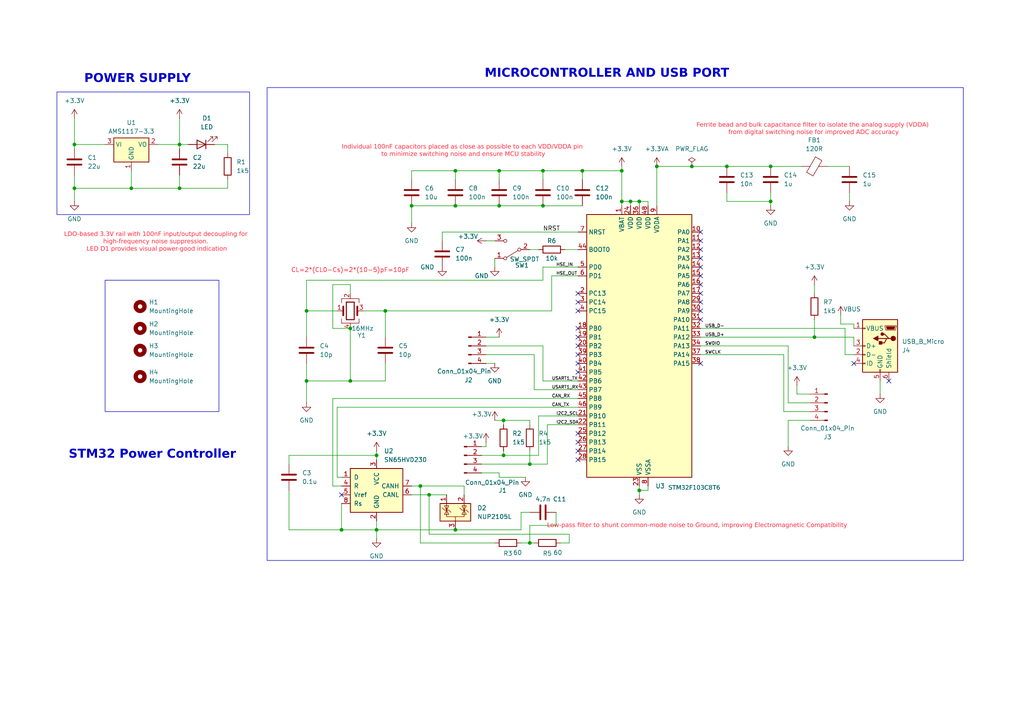
<source format=kicad_sch>
(kicad_sch (version 20250114) (generator "eeschema") (generator_version "9.0")
  (paper "A4")
  (title_block (title "STM32 Power Controller") (date "2025-04-14") (rev "0.1"))
  (lib_symbols
    (symbol "Connector:Conn_01x04_Pin" (pin_names (offset 1.016) (hide yes))
      (property "Reference" "J" (at 0 5.08 0))
      (property "Value" "Conn_01x04_Pin" (at 0 -7.62 0))
      (symbol "Conn_01x04_Pin_1_1"
        (rectangle (start 0.8636 2.667) (end 0 2.413) (stroke (width 0.1524)) (fill (type outline)))
        (rectangle (start 0.8636 0.127) (end 0 -0.127) (stroke (width 0.1524)) (fill (type outline)))
        (rectangle (start 0.8636 -2.413) (end 0 -2.667) (stroke (width 0.1524)) (fill (type outline)))
        (rectangle (start 0.8636 -4.953) (end 0 -5.207) (stroke (width 0.1524)) (fill (type outline)))
        (polyline (pts (xy 1.27 2.54) (xy 0.8636 2.54)) (stroke (width 0.1524)))
        (polyline (pts (xy 1.27 0) (xy 0.8636 0)) (stroke (width 0.1524)))
        (polyline (pts (xy 1.27 -2.54) (xy 0.8636 -2.54)) (stroke (width 0.1524)))
        (polyline (pts (xy 1.27 -5.08) (xy 0.8636 -5.08)) (stroke (width 0.1524)))
        (pin passive line (at 5.08 2.54 180) (length 3.81) (name "Pin_1") (number "1"))
        (pin passive line (at 5.08 0 180) (length 3.81) (name "Pin_2") (number "2"))
        (pin passive line (at 5.08 -2.54 180) (length 3.81) (name "Pin_3") (number "3"))
        (pin passive line (at 5.08 -5.08 180) (length 3.81) (name "Pin_4") (number "4"))
      )
    )
    (symbol "Connector:USB_B_Micro" (pin_names (offset 1.016))
      (property "Reference" "J" (at -5.08 11.43 0))
      (property "Value" "USB_B_Micro" (at -5.08 8.89 0))
      (symbol "USB_B_Micro_0_1"
        (rectangle (start -5.08 -7.62) (end 5.08 7.62) (stroke (width 0.254)) (fill (type background)))
        (polyline (pts (xy -4.699 5.842) (xy -4.699 5.588) (xy -4.445 4.826) (xy -4.445 4.572) (xy -1.651 4.572) (xy -1.651 4.826) (xy -1.397 5.588) (xy -1.397 5.842) (xy -4.699 5.842)))
        (polyline (pts (xy -4.318 5.588) (xy -1.778 5.588) (xy -2.032 4.826) (xy -4.064 4.826) (xy -4.318 5.588)) (fill (type outline)))
        (circle (center -3.81 2.159) (radius 0.635) (stroke (width 0.254)) (fill (type outline)))
        (polyline (pts (xy -3.175 2.159) (xy -2.54 2.159) (xy -1.27 3.429) (xy -0.635 3.429)) (stroke (width 0.254)))
        (polyline (pts (xy -2.54 2.159) (xy -1.905 2.159) (xy -1.27 0.889) (xy 0 0.889)) (stroke (width 0.254)))
        (polyline (pts (xy -1.905 2.159) (xy 0.635 2.159)) (stroke (width 0.254)))
        (circle (center -0.635 3.429) (radius 0.381) (stroke (width 0.254)) (fill (type outline)))
        (rectangle (start -0.127 -7.62) (end 0.127 -6.858))
        (rectangle (start 0.254 1.27) (end -0.508 0.508) (stroke (width 0.254)) (fill (type outline)))
        (polyline (pts (xy 0.635 2.794) (xy 0.635 1.524) (xy 1.905 2.159) (xy 0.635 2.794)) (stroke (width 0.254)) (fill (type outline)))
        (rectangle (start 5.08 4.953) (end 4.318 5.207))
        (rectangle (start 5.08 -0.127) (end 4.318 0.127))
        (rectangle (start 5.08 -2.667) (end 4.318 -2.413))
        (rectangle (start 5.08 -5.207) (end 4.318 -4.953))
      )
      (symbol "USB_B_Micro_1_1"
        (pin passive line (at -2.54 -10.16 90) (length 2.54) (name "Shield") (number "6"))
        (pin power_out line (at 0 -10.16 90) (length 2.54) (name "GND") (number "5"))
        (pin power_out line (at 7.62 5.08 180) (length 2.54) (name "VBUS") (number "1"))
        (pin bidirectional line (at 7.62 0 180) (length 2.54) (name "D+") (number "3"))
        (pin bidirectional line (at 7.62 -2.54 180) (length 2.54) (name "D-") (number "2"))
        (pin passive line (at 7.62 -5.08 180) (length 2.54) (name "ID") (number "4"))
      )
    )
    (symbol "Device:C" (pin_numbers (hide yes)) (pin_names (offset 0.254))
      (property "Reference" "C" (at 0.635 2.54 0))
      (property "Value" "C" (at 0.635 -2.54 0))
      (symbol "C_0_1"
        (polyline (pts (xy -2.032 0.762) (xy 2.032 0.762)) (stroke (width 0.508)))
        (polyline (pts (xy -2.032 -0.762) (xy 2.032 -0.762)) (stroke (width 0.508)))
      )
      (symbol "C_1_1"
        (pin passive line (at 0 3.81 270) (length 2.794) (name "~") (number "1"))
        (pin passive line (at 0 -3.81 90) (length 2.794) (name "~") (number "2"))
      )
    )
    (symbol "Device:Crystal_GND24" (pin_names (offset 1.016) (hide yes))
      (property "Reference" "Y" (at 3.175 5.08 0))
      (property "Value" "Crystal_GND24" (at 3.175 3.175 0))
      (symbol "Crystal_GND24_0_1"
        (polyline (pts (xy -2.54 2.286) (xy -2.54 3.556) (xy 2.54 3.556) (xy 2.54 2.286)))
        (polyline (pts (xy -2.54 0) (xy -2.032 0)))
        (polyline (pts (xy -2.54 -2.286) (xy -2.54 -3.556) (xy 2.54 -3.556) (xy 2.54 -2.286)))
        (polyline (pts (xy -2.032 -1.27) (xy -2.032 1.27)) (stroke (width 0.508)))
        (rectangle (start -1.143 2.54) (end 1.143 -2.54) (stroke (width 0.3048)))
        (polyline (pts (xy 0 3.556) (xy 0 3.81)))
        (polyline (pts (xy 0 -3.81) (xy 0 -3.556)))
        (polyline (pts (xy 2.032 0) (xy 2.54 0)))
        (polyline (pts (xy 2.032 -1.27) (xy 2.032 1.27)) (stroke (width 0.508)))
      )
      (symbol "Crystal_GND24_1_1"
        (pin passive line (at -3.81 0 0) (length 1.27) (name "1") (number "1"))
        (pin passive line (at 0 5.08 270) (length 1.27) (name "2") (number "2"))
        (pin passive line (at 0 -5.08 90) (length 1.27) (name "4") (number "4"))
        (pin passive line (at 3.81 0 180) (length 1.27) (name "3") (number "3"))
      )
    )
    (symbol "Device:FerriteBead" (pin_numbers (hide yes)) (pin_names (offset 0))
      (property "Reference" "FB" (at -3.81 0.635 90))
      (property "Value" "FerriteBead" (at 3.81 0 90))
      (symbol "FerriteBead_0_1"
        (polyline (pts (xy -2.7686 0.4064) (xy -1.7018 2.2606) (xy 2.7686 -0.3048) (xy 1.6764 -2.159) (xy -2.7686 0.4064)))
        (polyline (pts (xy 0 1.27) (xy 0 1.2954)))
        (polyline (pts (xy 0 -1.27) (xy 0 -1.2192)))
      )
      (symbol "FerriteBead_1_1"
        (pin passive line (at 0 3.81 270) (length 2.54) (name "~") (number "1"))
        (pin passive line (at 0 -3.81 90) (length 2.54) (name "~") (number "2"))
      )
    )
    (symbol "Device:LED" (pin_numbers (hide yes)) (pin_names (offset 1.016) (hide yes))
      (property "Reference" "D" (at 0 2.54 0))
      (property "Value" "LED" (at 0 -2.54 0))
      (symbol "LED_0_1"
        (polyline (pts (xy -3.048 -0.762) (xy -4.572 -2.286) (xy -3.81 -2.286) (xy -4.572 -2.286) (xy -4.572 -1.524)))
        (polyline (pts (xy -1.778 -0.762) (xy -3.302 -2.286) (xy -2.54 -2.286) (xy -3.302 -2.286) (xy -3.302 -1.524)))
        (polyline (pts (xy -1.27 0) (xy 1.27 0)))
        (polyline (pts (xy -1.27 -1.27) (xy -1.27 1.27)) (stroke (width 0.254)))
        (polyline (pts (xy 1.27 -1.27) (xy 1.27 1.27) (xy -1.27 0) (xy 1.27 -1.27)) (stroke (width 0.254)))
      )
      (symbol "LED_1_1"
        (pin passive line (at -3.81 0 0) (length 2.54) (name "K") (number "1"))
        (pin passive line (at 3.81 0 180) (length 2.54) (name "A") (number "2"))
      )
    )
    (symbol "Device:R" (pin_numbers (hide yes)) (pin_names (offset 0))
      (property "Reference" "R" (at 2.032 0 90))
      (property "Value" "R" (at 0 0 90))
      (symbol "R_0_1"
        (rectangle (start -1.016 -2.54) (end 1.016 2.54) (stroke (width 0.254)))
      )
      (symbol "R_1_1"
        (pin passive line (at 0 3.81 270) (length 1.27) (name "~") (number "1"))
        (pin passive line (at 0 -3.81 90) (length 1.27) (name "~") (number "2"))
      )
    )
    (symbol "Interface_CAN_LIN:SN65HVD230" (pin_names (offset 1.016))
      (property "Reference" "U" (at -2.54 10.16 0))
      (property "Value" "SN65HVD230" (at -2.54 7.62 0))
      (symbol "SN65HVD230_0_1"
        (rectangle (start -7.62 5.08) (end 7.62 -7.62) (stroke (width 0.254)) (fill (type background)))
      )
      (symbol "SN65HVD230_1_1"
        (pin input line (at -10.16 2.54 0) (length 2.54) (name "D") (number "1"))
        (pin output line (at -10.16 0 0) (length 2.54) (name "R") (number "4"))
        (pin output line (at -10.16 -2.54 0) (length 2.54) (name "Vref") (number "5"))
        (pin input line (at -10.16 -5.08 0) (length 2.54) (name "Rs") (number "8"))
        (pin power_in line (at 0 7.62 270) (length 2.54) (name "VCC") (number "3"))
        (pin power_in line (at 0 -10.16 90) (length 2.54) (name "GND") (number "2"))
        (pin bidirectional line (at 10.16 0 180) (length 2.54) (name "CANH") (number "7"))
        (pin bidirectional line (at 10.16 -2.54 180) (length 2.54) (name "CANL") (number "6"))
      )
    )
    (symbol "MCU_ST_STM32F1:STM32F103C8Tx"
      (property "Reference" "U" (at -15.24 39.37 0))
      (property "Value" "STM32F103C8Tx" (at 7.62 39.37 0))
      (symbol "STM32F103C8Tx_0_1"
        (rectangle (start -15.24 -38.1) (end 15.24 38.1) (stroke (width 0.254)) (fill (type background)))
      )
      (symbol "STM32F103C8Tx_1_1"
        (pin input line (at -17.78 33.02 0) (length 2.54) (name "NRST") (number "7"))
        (pin input line (at -17.78 27.94 0) (length 2.54) (name "BOOT0") (number "44"))
        (pin bidirectional line (at -17.78 22.86 0) (length 2.54) (name "PD0") (number "5"))
        (pin bidirectional line (at -17.78 20.32 0) (length 2.54) (name "PD1") (number "6"))
        (pin bidirectional line (at -17.78 15.24 0) (length 2.54) (name "PC13") (number "2"))
        (pin bidirectional line (at -17.78 12.7 0) (length 2.54) (name "PC14") (number "3"))
        (pin bidirectional line (at -17.78 10.16 0) (length 2.54) (name "PC15") (number "4"))
        (pin bidirectional line (at -17.78 5.08 0) (length 2.54) (name "PB0") (number "18"))
        (pin bidirectional line (at -17.78 2.54 0) (length 2.54) (name "PB1") (number "19"))
        (pin bidirectional line (at -17.78 0 0) (length 2.54) (name "PB2") (number "20"))
        (pin bidirectional line (at -17.78 -2.54 0) (length 2.54) (name "PB3") (number "39"))
        (pin bidirectional line (at -17.78 -5.08 0) (length 2.54) (name "PB4") (number "40"))
        (pin bidirectional line (at -17.78 -7.62 0) (length 2.54) (name "PB5") (number "41"))
        (pin bidirectional line (at -17.78 -10.16 0) (length 2.54) (name "PB6") (number "42"))
        (pin bidirectional line (at -17.78 -12.7 0) (length 2.54) (name "PB7") (number "43"))
        (pin bidirectional line (at -17.78 -15.24 0) (length 2.54) (name "PB8") (number "45"))
        (pin bidirectional line (at -17.78 -17.78 0) (length 2.54) (name "PB9") (number "46"))
        (pin bidirectional line (at -17.78 -20.32 0) (length 2.54) (name "PB10") (number "21"))
        (pin bidirectional line (at -17.78 -22.86 0) (length 2.54) (name "PB11") (number "22"))
        (pin bidirectional line (at -17.78 -25.4 0) (length 2.54) (name "PB12") (number "25"))
        (pin bidirectional line (at -17.78 -27.94 0) (length 2.54) (name "PB13") (number "26"))
        (pin bidirectional line (at -17.78 -30.48 0) (length 2.54) (name "PB14") (number "27"))
        (pin bidirectional line (at -17.78 -33.02 0) (length 2.54) (name "PB15") (number "28"))
        (pin power_in line (at -5.08 40.64 270) (length 2.54) (name "VBAT") (number "1"))
        (pin power_in line (at -2.54 40.64 270) (length 2.54) (name "VDD") (number "24"))
        (pin power_in line (at 0 40.64 270) (length 2.54) (name "VDD") (number "36"))
        (pin power_in line (at 0 -40.64 90) (length 2.54) (name "VSS") (number "23"))
        (pin passive line (at 0 -40.64 90) (length 2.54) (hide yes) (name "VSS") (number "35"))
        (pin passive line (at 0 -40.64 90) (length 2.54) (hide yes) (name "VSS") (number "47"))
        (pin power_in line (at 2.54 40.64 270) (length 2.54) (name "VDD") (number "48"))
        (pin power_in line (at 2.54 -40.64 90) (length 2.54) (name "VSSA") (number "8"))
        (pin power_in line (at 5.08 40.64 270) (length 2.54) (name "VDDA") (number "9"))
        (pin bidirectional line (at 17.78 33.02 180) (length 2.54) (name "PA0") (number "10"))
        (pin bidirectional line (at 17.78 30.48 180) (length 2.54) (name "PA1") (number "11"))
        (pin bidirectional line (at 17.78 27.94 180) (length 2.54) (name "PA2") (number "12"))
        (pin bidirectional line (at 17.78 25.4 180) (length 2.54) (name "PA3") (number "13"))
        (pin bidirectional line (at 17.78 22.86 180) (length 2.54) (name "PA4") (number "14"))
        (pin bidirectional line (at 17.78 20.32 180) (length 2.54) (name "PA5") (number "15"))
        (pin bidirectional line (at 17.78 17.78 180) (length 2.54) (name "PA6") (number "16"))
        (pin bidirectional line (at 17.78 15.24 180) (length 2.54) (name "PA7") (number "17"))
        (pin bidirectional line (at 17.78 12.7 180) (length 2.54) (name "PA8") (number "29"))
        (pin bidirectional line (at 17.78 10.16 180) (length 2.54) (name "PA9") (number "30"))
        (pin bidirectional line (at 17.78 7.62 180) (length 2.54) (name "PA10") (number "31"))
        (pin bidirectional line (at 17.78 5.08 180) (length 2.54) (name "PA11") (number "32"))
        (pin bidirectional line (at 17.78 2.54 180) (length 2.54) (name "PA12") (number "33"))
        (pin bidirectional line (at 17.78 0 180) (length 2.54) (name "PA13") (number "34"))
        (pin bidirectional line (at 17.78 -2.54 180) (length 2.54) (name "PA14") (number "37"))
        (pin bidirectional line (at 17.78 -5.08 180) (length 2.54) (name "PA15") (number "38"))
      )
    )
    (symbol "Mechanical:MountingHole" (pin_names (offset 1.016)) (in_bom no)
      (property "Reference" "H" (at 0 5.08 0))
      (property "Value" "MountingHole" (at 0 3.175 0))
      (symbol "MountingHole_0_1"
        (circle (center 0 0) (radius 1.27) (stroke (width 1.27)))
      )
    )
    (symbol "Power_Protection:NUP2105L" (pin_names (hide yes))
      (property "Reference" "D" (at 5.715 2.54 0))
      (property "Value" "NUP2105L" (at 5.715 0.635 0))
      (symbol "NUP2105L_0_0"
        (pin passive line (at 0 -5.08 90) (length 2.54) (name "A") (number "3"))
      )
      (symbol "NUP2105L_0_1"
        (rectangle (start -4.445 2.54) (end 4.445 -2.54) (stroke (width 0.254)) (fill (type background)))
        (polyline (pts (xy -3.81 1.27) (xy -3.175 0.635) (xy -1.905 0.635) (xy -1.27 0)))
        (polyline (pts (xy -2.54 2.54) (xy -2.54 0.635)))
        (polyline (pts (xy -2.54 0.635) (xy -2.54 -1.27) (xy 2.54 -1.27) (xy 2.54 0.635)))
        (polyline (pts (xy -2.54 0.635) (xy -1.905 -0.635) (xy -3.175 -0.635) (xy -2.54 0.635)))
        (polyline (pts (xy -2.54 0.635) (xy -3.175 1.905) (xy -1.905 1.905) (xy -2.54 0.635) (xy -2.54 1.27)))
        (polyline (pts (xy 0 -1.27) (xy 0 -2.54)))
        (polyline (pts (xy 1.27 1.27) (xy 1.905 0.635) (xy 2.54 0.635) (xy 3.175 0.635) (xy 3.81 0)))
        (polyline (pts (xy 2.54 2.54) (xy 2.54 0.635)))
        (polyline (pts (xy 2.54 0.635) (xy 1.905 -0.635) (xy 3.175 -0.635) (xy 2.54 0.635)))
        (polyline (pts (xy 2.54 0.635) (xy 3.175 1.905) (xy 1.905 1.905) (xy 2.54 0.635)))
      )
      (symbol "NUP2105L_1_1"
        (pin passive line (at -2.54 5.08 270) (length 2.54) (name "K") (number "1"))
        (pin passive line (at 2.54 5.08 270) (length 2.54) (name "K") (number "2"))
      )
    )
    (symbol "Regulator_Linear:AMS1117-3.3"
      (property "Reference" "U" (at -3.81 3.175 0))
      (property "Value" "AMS1117-3.3" (at 0 3.175 0))
      (symbol "AMS1117-3.3_0_1"
        (rectangle (start -5.08 -5.08) (end 5.08 1.905) (stroke (width 0.254)) (fill (type background)))
      )
      (symbol "AMS1117-3.3_1_1"
        (pin power_in line (at -7.62 0 0) (length 2.54) (name "VI") (number "3"))
        (pin power_in line (at 0 -7.62 90) (length 2.54) (name "GND") (number "1"))
        (pin power_out line (at 7.62 0 180) (length 2.54) (name "VO") (number "2"))
      )
    )
    (symbol "Switch:SW_SPDT" (pin_names (offset 0) (hide yes))
      (property "Reference" "SW1" (at 0 8.89 0))
      (property "Value" "SW_SPDT" (at 0 6.35 0))
      (symbol "SW_SPDT_0_1"
        (circle (center -2.032 0) (radius 0.4572))
        (polyline (pts (xy -1.651 0.254) (xy 1.651 2.286)))
        (circle (center 2.032 2.54) (radius 0.4572))
        (circle (center 2.032 -2.54) (radius 0.4572))
      )
      (symbol "SW_SPDT_1_1"
        (pin passive line (at -5.08 0 0) (length 2.54) (name "B") (number "2"))
        (pin passive line (at 5.08 2.54 180) (length 2.54) (name "A") (number "1"))
        (pin passive line (at 5.08 -2.54 180) (length 2.54) (name "C") (number "3"))
      )
    )
    (symbol "power:+3.3V" (power) (pin_numbers (hide yes)) (pin_names (offset 0) (hide yes))
      (property "Value" "+3.3V" (at 0 3.556 0))
      (symbol "+3.3V_0_1"
        (polyline (pts (xy -0.762 1.27) (xy 0 2.54)))
        (polyline (pts (xy 0 2.54) (xy 0.762 1.27)))
        (polyline (pts (xy 0 0) (xy 0 2.54)))
      )
      (symbol "+3.3V_1_1"
        (pin power_in line (at 0 0 90) (length 0) (name "~") (number "1"))
      )
    )
    (symbol "power:+3.3VA" (power) (pin_numbers (hide yes)) (pin_names (offset 0) (hide yes))
      (property "Value" "+3.3VA" (at 0 3.556 0))
      (symbol "+3.3VA_0_1"
        (polyline (pts (xy -0.762 1.27) (xy 0 2.54)))
        (polyline (pts (xy 0 2.54) (xy 0.762 1.27)))
        (polyline (pts (xy 0 0) (xy 0 2.54)))
      )
      (symbol "+3.3VA_1_1"
        (pin power_in line (at 0 0 90) (length 0) (name "~") (number "1"))
      )
    )
    (symbol "power:GND" (power) (pin_numbers (hide yes)) (pin_names (offset 0) (hide yes))
      (property "Value" "GND" (at 0 -3.81 0))
      (symbol "GND_0_1"
        (polyline (pts (xy 0 0) (xy 0 -1.27) (xy 1.27 -1.27) (xy 0 -2.54) (xy -1.27 -1.27) (xy 0 -1.27)))
      )
      (symbol "GND_1_1"
        (pin power_in line (at 0 0 270) (length 0) (name "~") (number "1"))
      )
    )
    (symbol "power:PWR_FLAG" (power) (pin_numbers (hide yes)) (pin_names (offset 0) (hide yes))
      (property "Value" "PWR_FLAG" (at 0 3.81 0))
      (symbol "PWR_FLAG_0_0"
        (pin power_out line (at 0 0 90) (length 0) (name "~") (number "1"))
      )
      (symbol "PWR_FLAG_0_1"
        (polyline (pts (xy 0 0) (xy 0 1.27) (xy -1.016 1.905) (xy 0 2.54) (xy 1.016 1.905) (xy 0 1.27)))
      )
    )
    (symbol "power:VBUS" (power) (pin_numbers (hide yes)) (pin_names (offset 0) (hide yes))
      (property "Value" "VBUS" (at 0 3.556 0))
      (symbol "VBUS_0_1"
        (polyline (pts (xy -0.762 1.27) (xy 0 2.54)))
        (polyline (pts (xy 0 2.54) (xy 0.762 1.27)))
        (polyline (pts (xy 0 0) (xy 0 2.54)))
      )
      (symbol "VBUS_1_1"
        (pin power_in line (at 0 0 90) (length 0) (name "~") (number "1"))
      )
    )
  )
  (rectangle (start 16.51 26.67) (end 72.39 62.23))
  (rectangle (start 30.48 81.28) (end 63.5 119.38))
  (rectangle (start 77.47 25.4) (end 279.4 162.56))
  (text "CL=2*(CL0-Cs)=2*(10-5)pF=10pF" (at 101.6 78.486 0) (effects (font (size 1.27 1.27))))
  (text "MICROCONTROLLER AND USB PORT" (at 176.022 22.098 0) (effects (font (size 2.54 2.54) (bold yes))))
  (text "Low-pass filter to shunt common-mode noise to Ground, improving Electromagnetic Compatibility" (at 202.184 152.908 0) (effects (font (size 1.27 1.27))))
  (text "Ferrite bead and bulk capacitance filter to isolate the analog supply (VDDA) \nfrom digital switching noise for improved ADC accuracy" (at 235.966 37.846 0) (effects (font (size 1.27 1.27))))
  (text "Individual 100nF capacitors placed as close as possible to each VDD/VDDA pin \nto minimize switching noise and ensure MCU stability" (at 134.366 44.196 0) (effects (font (size 1.27 1.27))))
  (text "STM32 Power Controller" (at 44.196 132.588 0) (effects (font (size 2.54 2.54) (bold yes))))
  (text "LDO-based 3.3V rail with 100nF input/output decoupling for \nhigh-frequency noise suppression. \nLED D1 provides visual power-good indication" (at 45.466 70.612 0) (effects (font (size 1.27 1.27))))
  (text "POWER SUPPLY" (at 39.878 23.622 0) (effects (font (size 2.54 2.54) (bold yes))))
  (junction (at 180.34 49.53))
  (junction (at 101.6 95.25))
  (junction (at 132.08 59.69))
  (junction (at 52.07 41.91))
  (junction (at 157.48 49.53))
  (junction (at 182.88 58.42))
  (junction (at 210.82 48.26))
  (junction (at 144.78 59.69))
  (junction (at 101.6 110.49))
  (junction (at 223.52 58.42))
  (junction (at 168.91 49.53))
  (junction (at 157.48 59.69))
  (junction (at 99.06 153.67))
  (junction (at 124.46 143.51))
  (junction (at 111.76 90.17))
  (junction (at 180.34 58.42))
  (junction (at 236.22 97.79))
  (junction (at 119.38 59.69))
  (junction (at 21.59 54.61))
  (junction (at 200.66 48.26))
  (junction (at 185.42 142.24))
  (junction (at 88.9 90.17))
  (junction (at 132.08 49.53))
  (junction (at 153.67 134.62))
  (junction (at 190.5 48.26))
  (junction (at 185.42 58.42))
  (junction (at 223.52 48.26))
  (junction (at 109.22 153.67))
  (junction (at 38.1 54.61))
  (junction (at 144.78 49.53))
  (junction (at 146.05 132.08))
  (junction (at 52.07 54.61))
  (junction (at 153.67 157.48))
  (junction (at 88.9 110.49))
  (junction (at 109.22 132.08))
  (junction (at 21.59 41.91))
  (junction (at 146.05 121.92))
  (junction (at 132.08 153.67))
  (junction (at 121.92 140.97))
  (no_connect (at 167.64 133.35))
  (no_connect (at 203.2 92.71))
  (no_connect (at 167.64 107.95))
  (no_connect (at 257.81 110.49))
  (no_connect (at 167.64 97.79))
  (no_connect (at 167.64 125.73))
  (no_connect (at 167.64 85.09))
  (no_connect (at 167.64 130.81))
  (no_connect (at 203.2 69.85))
  (no_connect (at 167.64 100.33))
  (no_connect (at 167.64 87.63))
  (no_connect (at 167.64 95.25))
  (no_connect (at 203.2 67.31))
  (no_connect (at 203.2 90.17))
  (no_connect (at 167.64 128.27))
  (no_connect (at 99.06 143.51))
  (no_connect (at 203.2 77.47))
  (no_connect (at 203.2 80.01))
  (no_connect (at 203.2 105.41))
  (no_connect (at 247.65 105.41))
  (no_connect (at 167.64 102.87))
  (no_connect (at 167.64 90.17))
  (no_connect (at 203.2 74.93))
  (no_connect (at 203.2 72.39))
  (no_connect (at 167.64 105.41))
  (no_connect (at 203.2 85.09))
  (no_connect (at 203.2 82.55))
  (no_connect (at 203.2 87.63))
  (wire (pts (xy 119.38 52.07) (xy 119.38 49.53)))
  (wire (pts (xy 96.52 95.25) (xy 101.6 95.25)))
  (wire (pts (xy 185.42 140.97) (xy 185.42 142.24)))
  (wire (pts (xy 140.97 128.27) (xy 140.97 129.54)))
  (wire (pts (xy 203.2 100.33) (xy 228.6 100.33)))
  (wire (pts (xy 121.92 140.97) (xy 134.62 140.97)))
  (wire (pts (xy 185.42 142.24) (xy 187.96 142.24)))
  (wire (pts (xy 190.5 48.26) (xy 190.5 59.69)))
  (wire (pts (xy 161.29 148.59) (xy 161.29 152.4)))
  (wire (pts (xy 124.46 154.94) (xy 165.1 154.94)))
  (wire (pts (xy 255.27 110.49) (xy 255.27 114.3)))
  (wire (pts (xy 185.42 142.24) (xy 185.42 143.51)))
  (wire (pts (xy 234.95 121.92) (xy 228.6 121.92)))
  (wire (pts (xy 21.59 54.61) (xy 38.1 54.61)))
  (wire (pts (xy 109.22 130.81) (xy 109.22 132.08)))
  (wire (pts (xy 140.97 102.87) (xy 154.94 102.87)))
  (wire (pts (xy 157.48 110.49) (xy 157.48 100.33)))
  (wire (pts (xy 153.67 134.62) (xy 158.75 134.62)))
  (wire (pts (xy 88.9 90.17) (xy 88.9 97.79)))
  (wire (pts (xy 21.59 43.18) (xy 21.59 41.91)))
  (wire (pts (xy 121.92 157.48) (xy 143.51 157.48)))
  (wire (pts (xy 153.67 72.39) (xy 156.21 72.39)))
  (wire (pts (xy 101.6 95.25) (xy 101.6 110.49)))
  (wire (pts (xy 240.03 48.26) (xy 246.38 48.26)))
  (wire (pts (xy 153.67 123.19) (xy 153.67 121.92)))
  (wire (pts (xy 111.76 105.41) (xy 111.76 110.49)))
  (wire (pts (xy 154.94 102.87) (xy 154.94 113.03)))
  (wire (pts (xy 210.82 55.88) (xy 210.82 58.42)))
  (wire (pts (xy 119.38 49.53) (xy 132.08 49.53)))
  (wire (pts (xy 111.76 110.49) (xy 101.6 110.49)))
  (wire (pts (xy 180.34 49.53) (xy 180.34 58.42)))
  (wire (pts (xy 146.05 121.92) (xy 146.05 123.19)))
  (wire (pts (xy 144.78 137.16) (xy 144.78 138.43)))
  (wire (pts (xy 109.22 153.67) (xy 132.08 153.67)))
  (wire (pts (xy 157.48 110.49) (xy 167.64 110.49)))
  (wire (pts (xy 88.9 81.28) (xy 157.48 81.28)))
  (wire (pts (xy 21.59 54.61) (xy 21.59 58.42)))
  (wire (pts (xy 165.1 157.48) (xy 162.56 157.48)))
  (wire (pts (xy 160.02 90.17) (xy 111.76 90.17)))
  (wire (pts (xy 140.97 69.85) (xy 143.51 69.85)))
  (wire (pts (xy 52.07 43.18) (xy 52.07 41.91)))
  (wire (pts (xy 157.48 59.69) (xy 144.78 59.69)))
  (wire (pts (xy 223.52 55.88) (xy 223.52 58.42)))
  (wire (pts (xy 119.38 59.69) (xy 119.38 64.77)))
  (wire (pts (xy 101.6 110.49) (xy 88.9 110.49)))
  (wire (pts (xy 156.21 120.65) (xy 167.64 120.65)))
  (wire (pts (xy 153.67 148.59) (xy 151.13 148.59)))
  (wire (pts (xy 161.29 152.4) (xy 153.67 152.4)))
  (wire (pts (xy 156.21 120.65) (xy 156.21 132.08)))
  (wire (pts (xy 52.07 50.8) (xy 52.07 54.61)))
  (wire (pts (xy 203.2 102.87) (xy 227.33 102.87)))
  (wire (pts (xy 99.06 153.67) (xy 109.22 153.67)))
  (wire (pts (xy 157.48 77.47) (xy 167.64 77.47)))
  (wire (pts (xy 143.51 121.92) (xy 146.05 121.92)))
  (wire (pts (xy 88.9 90.17) (xy 97.79 90.17)))
  (wire (pts (xy 180.34 58.42) (xy 180.34 59.69)))
  (wire (pts (xy 146.05 121.92) (xy 153.67 121.92)))
  (wire (pts (xy 200.66 48.26) (xy 190.5 48.26)))
  (wire (pts (xy 21.59 41.91) (xy 30.48 41.91)))
  (wire (pts (xy 96.52 82.55) (xy 96.52 95.25)))
  (wire (pts (xy 228.6 116.84) (xy 234.95 116.84)))
  (wire (pts (xy 66.04 41.91) (xy 66.04 44.45)))
  (wire (pts (xy 163.83 72.39) (xy 167.64 72.39)))
  (wire (pts (xy 124.46 143.51) (xy 124.46 154.94)))
  (wire (pts (xy 144.78 138.43) (xy 152.4 138.43)))
  (wire (pts (xy 223.52 58.42) (xy 223.52 59.69)))
  (wire (pts (xy 139.7 134.62) (xy 153.67 134.62)))
  (wire (pts (xy 168.91 52.07) (xy 168.91 49.53)))
  (wire (pts (xy 83.82 132.08) (xy 109.22 132.08)))
  (wire (pts (xy 245.11 95.25) (xy 245.11 102.87)))
  (wire (pts (xy 227.33 119.38) (xy 234.95 119.38)))
  (wire (pts (xy 146.05 132.08) (xy 156.21 132.08)))
  (wire (pts (xy 165.1 154.94) (xy 165.1 157.48)))
  (wire (pts (xy 210.82 48.26) (xy 223.52 48.26)))
  (wire (pts (xy 96.52 140.97) (xy 99.06 140.97)))
  (wire (pts (xy 128.27 67.31) (xy 167.64 67.31)))
  (wire (pts (xy 97.79 118.11) (xy 97.79 138.43)))
  (wire (pts (xy 247.65 93.98) (xy 247.65 95.25)))
  (wire (pts (xy 210.82 48.26) (xy 200.66 48.26)))
  (wire (pts (xy 228.6 100.33) (xy 228.6 116.84)))
  (wire (pts (xy 180.34 48.26) (xy 180.34 49.53)))
  (wire (pts (xy 21.59 34.29) (xy 21.59 41.91)))
  (wire (pts (xy 236.22 92.71) (xy 236.22 97.79)))
  (wire (pts (xy 144.78 59.69) (xy 132.08 59.69)))
  (wire (pts (xy 151.13 157.48) (xy 153.67 157.48)))
  (wire (pts (xy 111.76 90.17) (xy 111.76 97.79)))
  (wire (pts (xy 132.08 49.53) (xy 144.78 49.53)))
  (wire (pts (xy 234.95 114.3) (xy 231.14 114.3)))
  (wire (pts (xy 157.48 49.53) (xy 157.48 52.07)))
  (wire (pts (xy 168.91 59.69) (xy 157.48 59.69)))
  (wire (pts (xy 158.75 123.19) (xy 167.64 123.19)))
  (wire (pts (xy 231.14 114.3) (xy 231.14 111.76)))
  (wire (pts (xy 99.06 146.05) (xy 99.06 153.67)))
  (wire (pts (xy 119.38 140.97) (xy 121.92 140.97)))
  (wire (pts (xy 153.67 152.4) (xy 153.67 157.48)))
  (wire (pts (xy 223.52 48.26) (xy 232.41 48.26)))
  (wire (pts (xy 101.6 82.55) (xy 101.6 85.09)))
  (wire (pts (xy 140.97 129.54) (xy 139.7 129.54)))
  (wire (pts (xy 158.75 123.19) (xy 158.75 134.62)))
  (wire (pts (xy 128.27 67.31) (xy 128.27 69.85)))
  (wire (pts (xy 236.22 97.79) (xy 247.65 97.79)))
  (wire (pts (xy 243.84 93.98) (xy 247.65 93.98)))
  (wire (pts (xy 134.62 140.97) (xy 134.62 143.51)))
  (wire (pts (xy 88.9 110.49) (xy 88.9 116.84)))
  (wire (pts (xy 119.38 143.51) (xy 124.46 143.51)))
  (wire (pts (xy 246.38 55.88) (xy 246.38 58.42)))
  (wire (pts (xy 38.1 54.61) (xy 38.1 49.53)))
  (wire (pts (xy 109.22 156.21) (xy 109.22 153.67)))
  (wire (pts (xy 187.96 58.42) (xy 185.42 58.42)))
  (wire (pts (xy 187.96 142.24) (xy 187.96 140.97)))
  (wire (pts (xy 167.64 118.11) (xy 97.79 118.11)))
  (wire (pts (xy 139.7 132.08) (xy 146.05 132.08)))
  (wire (pts (xy 83.82 132.08) (xy 83.82 134.62)))
  (wire (pts (xy 132.08 49.53) (xy 132.08 52.07)))
  (wire (pts (xy 187.96 59.69) (xy 187.96 58.42)))
  (wire (pts (xy 247.65 97.79) (xy 247.65 100.33)))
  (wire (pts (xy 88.9 110.49) (xy 88.9 105.41)))
  (wire (pts (xy 66.04 52.07) (xy 66.04 54.61)))
  (wire (pts (xy 227.33 102.87) (xy 227.33 119.38)))
  (wire (pts (xy 154.94 113.03) (xy 167.64 113.03)))
  (wire (pts (xy 245.11 102.87) (xy 247.65 102.87)))
  (wire (pts (xy 153.67 130.81) (xy 153.67 134.62)))
  (wire (pts (xy 157.48 81.28) (xy 157.48 77.47)))
  (wire (pts (xy 97.79 138.43) (xy 99.06 138.43)))
  (wire (pts (xy 83.82 142.24) (xy 83.82 153.67)))
  (wire (pts (xy 153.67 157.48) (xy 154.94 157.48)))
  (wire (pts (xy 157.48 49.53) (xy 168.91 49.53)))
  (wire (pts (xy 143.51 105.41) (xy 140.97 105.41)))
  (wire (pts (xy 203.2 97.79) (xy 236.22 97.79)))
  (wire (pts (xy 151.13 148.59) (xy 151.13 153.67)))
  (wire (pts (xy 236.22 82.55) (xy 236.22 85.09)))
  (wire (pts (xy 109.22 151.13) (xy 109.22 153.67)))
  (wire (pts (xy 168.91 49.53) (xy 180.34 49.53)))
  (wire (pts (xy 144.78 49.53) (xy 157.48 49.53)))
  (wire (pts (xy 243.84 91.44) (xy 243.84 93.98)))
  (wire (pts (xy 124.46 143.51) (xy 129.54 143.51)))
  (wire (pts (xy 144.78 97.79) (xy 140.97 97.79)))
  (wire (pts (xy 144.78 49.53) (xy 144.78 52.07)))
  (wire (pts (xy 210.82 58.42) (xy 223.52 58.42)))
  (wire (pts (xy 146.05 130.81) (xy 146.05 132.08)))
  (wire (pts (xy 182.88 59.69) (xy 182.88 58.42)))
  (wire (pts (xy 88.9 81.28) (xy 88.9 90.17)))
  (wire (pts (xy 52.07 41.91) (xy 54.61 41.91)))
  (wire (pts (xy 96.52 115.57) (xy 96.52 140.97)))
  (wire (pts (xy 52.07 54.61) (xy 38.1 54.61)))
  (wire (pts (xy 182.88 58.42) (xy 180.34 58.42)))
  (wire (pts (xy 203.2 95.25) (xy 245.11 95.25)))
  (wire (pts (xy 139.7 137.16) (xy 144.78 137.16)))
  (wire (pts (xy 45.72 41.91) (xy 52.07 41.91)))
  (wire (pts (xy 121.92 140.97) (xy 121.92 157.48)))
  (wire (pts (xy 21.59 50.8) (xy 21.59 54.61)))
  (wire (pts (xy 132.08 59.69) (xy 119.38 59.69)))
  (wire (pts (xy 143.51 74.93) (xy 143.51 77.47)))
  (wire (pts (xy 167.64 115.57) (xy 96.52 115.57)))
  (wire (pts (xy 157.48 100.33) (xy 140.97 100.33)))
  (wire (pts (xy 66.04 54.61) (xy 52.07 54.61)))
  (wire (pts (xy 111.76 90.17) (xy 105.41 90.17)))
  (wire (pts (xy 160.02 80.01) (xy 160.02 90.17)))
  (wire (pts (xy 160.02 80.01) (xy 167.64 80.01)))
  (wire (pts (xy 185.42 59.69) (xy 185.42 58.42)))
  (wire (pts (xy 109.22 132.08) (xy 109.22 133.35)))
  (wire (pts (xy 101.6 82.55) (xy 96.52 82.55)))
  (wire (pts (xy 185.42 58.42) (xy 182.88 58.42)))
  (wire (pts (xy 151.13 153.67) (xy 132.08 153.67)))
  (wire (pts (xy 83.82 153.67) (xy 99.06 153.67)))
  (wire (pts (xy 228.6 121.92) (xy 228.6 129.54)))
  (wire (pts (xy 52.07 34.29) (xy 52.07 41.91)))
  (wire (pts (xy 62.23 41.91) (xy 66.04 41.91)))
  (label "SWDIO" (at 204.47 100.33 0) (effects (font (size 0.9144 0.9144))))
  (label "USB_D-" (at 204.47 95.25 0) (effects (font (size 0.9144 0.9144))))
  (label "SWCLK" (at 204.47 102.87 0) (effects (font (size 0.9144 0.9144))))
  (label "I2C2_SDA" (at 161.29 123.19 0) (effects (font (size 0.9144 0.9144))))
  (label "USART1_RX" (at 160.02 113.03 0) (effects (font (size 0.9144 0.9144))))
  (label "USB_D+" (at 204.47 97.79 0) (effects (font (size 0.9144 0.9144))))
  (label "HSE_IN" (at 161.29 77.47 0) (effects (font (size 0.9144 0.9144))))
  (label "CAN_TX" (at 160.02 118.11 0) (effects (font (size 0.9144 0.9144))))
  (label "I2C2_SCL" (at 161.29 120.65 0) (effects (font (size 0.9144 0.9144))))
  (label "HSE_OUT" (at 161.29 80.01 0) (effects (font (size 0.9144 0.9144))))
  (label "NRST" (at 157.48 67.31 0))
  (label "USART1_TX" (at 160.02 110.49 0) (effects (font (size 0.9144 0.9144))))
  (label "CAN_RX" (at 160.02 115.57 0) (effects (font (size 0.9144 0.9144))))
  (symbol (lib_id "Mechanical:MountingHole") (at 40.64 95.25 0) (unit 1) (in_bom no)
    (property "Reference" "H2" (at 43.18 93.9799 0) (effects (justify left)))
    (property "Value" "MountingHole" (at 43.18 96.5199 0) (effects (justify left)))
    (property "Footprint" "MountingHole:MountingHole_2.2mm_M2" (effects (hide yes)))
    (property "Description" "Mounting Hole without connection" (effects (hide yes)))
  )
  (symbol (lib_id "Device:C") (at 52.07 46.99 0) (unit 1)
    (property "Reference" "C2" (at 55.88 45.7199 0) (effects (justify left)))
    (property "Value" "22u" (at 55.88 48.2599 0) (effects (justify left)))
    (property "Footprint" "Capacitor_SMD:C_0805_2012Metric" (effects (hide yes)))
    (property "Description" "Unpolarized capacitor" (effects (hide yes)))
  )
  (symbol (lib_id "Device:C") (at 132.08 55.88 0) (unit 1)
    (property "Reference" "C8" (at 135.89 54.6099 0) (effects (justify left)))
    (property "Value" "100n" (at 135.89 57.1499 0) (effects (justify left)))
    (property "Footprint" "Capacitor_SMD:C_0402_1005Metric" (effects (hide yes)))
    (property "Description" "Unpolarized capacitor" (effects (hide yes)))
  )
  (symbol (lib_id "Device:C") (at 210.82 52.07 0) (unit 1)
    (property "Reference" "C13" (at 214.63 50.7999 0) (effects (justify left)))
    (property "Value" "10n" (at 214.63 53.3399 0) (effects (justify left)))
    (property "Footprint" "Capacitor_SMD:C_0402_1005Metric" (effects (hide yes)))
    (property "Description" "Unpolarized capacitor" (effects (hide yes)))
  )
  (symbol (lib_id "MCU_ST_STM32F1:STM32F103C8Tx") (at 185.42 100.33 0) (unit 1)
    (property "Reference" "U3" (at 190.1033 140.97 0) (effects (justify left)))
    (property "Value" "STM32F103C8T6" (at 193.548 141.478 0) (effects (justify left)))
    (property "Footprint" "Package_QFP:LQFP-48_7x7mm_P0.5mm" (effects (hide yes)))
    (property "Datasheet" "https://www.st.com/resource/en/datasheet/stm32f103c8.pdf" (effects (hide yes)))
    (property "Description" "STMicroelectronics Arm Cortex-M3 MCU, 64KB flash, 20KB RAM, 72 MHz, 2.0-3.6V, 37 GPIO, LQFP48" (effects (hide yes)))
  )
  (symbol (lib_id "power:+3.3V") (at 21.59 34.29 0) (unit 1)
    (property "Reference" "#PWR01" (effects (hide yes)))
    (property "Value" "+3.3V" (at 21.59 29.21 0))
    (property "Description" "Power symbol creates a global label with name \"+3.3V\"" (effects (hide yes)))
  )
  (symbol (lib_id "Mechanical:MountingHole") (at 40.64 109.22 0) (unit 1) (in_bom no)
    (property "Reference" "H4" (at 43.18 107.9499 0) (effects (justify left)))
    (property "Value" "MountingHole" (at 43.18 110.4899 0) (effects (justify left)))
    (property "Footprint" "MountingHole:MountingHole_2.2mm_M2" (effects (hide yes)))
    (property "Description" "Mounting Hole without connection" (effects (hide yes)))
  )
  (symbol (lib_id "Mechanical:MountingHole") (at 40.64 101.6 0) (unit 1) (in_bom no)
    (property "Reference" "H3" (at 43.18 100.3299 0) (effects (justify left)))
    (property "Value" "MountingHole" (at 43.18 102.8699 0) (effects (justify left)))
    (property "Footprint" "MountingHole:MountingHole_2.2mm_M2" (effects (hide yes)))
    (property "Description" "Mounting Hole without connection" (effects (hide yes)))
  )
  (symbol (lib_id "Device:R") (at 66.04 48.26 0) (unit 1)
    (property "Reference" "R1" (at 68.58 46.9899 0) (effects (justify left)))
    (property "Value" "1k5" (at 68.58 49.5299 0) (effects (justify left)))
    (property "Footprint" "Resistor_SMD:R_0402_1005Metric" (effects (hide yes)))
    (property "Description" "Resistor" (effects (hide yes)))
  )
  (symbol (lib_id "Device:C") (at 144.78 55.88 0) (unit 1)
    (property "Reference" "C9" (at 148.59 54.6099 0) (effects (justify left)))
    (property "Value" "100n" (at 148.59 57.1499 0) (effects (justify left)))
    (property "Footprint" "Capacitor_SMD:C_0402_1005Metric" (effects (hide yes)))
    (property "Description" "Unpolarized capacitor" (effects (hide yes)))
  )
  (symbol (lib_id "power:+3.3V") (at 140.97 69.85 90) (unit 1)
    (property "Reference" "#PWR08" (effects (hide yes)))
    (property "Value" "+3.3V" (at 138.684 68.58 90) (effects (justify left)))
    (property "Description" "Power symbol creates a global label with name \"+3.3V\"" (effects (hide yes)))
  )
  (symbol (lib_id "Mechanical:MountingHole") (at 40.64 88.9 0) (unit 1) (in_bom no)
    (property "Reference" "H1" (at 43.18 87.6299 0) (effects (justify left)))
    (property "Value" "MountingHole" (at 43.18 90.1699 0) (effects (justify left)))
    (property "Footprint" "MountingHole:MountingHole_2.2mm_M2" (effects (hide yes)))
    (property "Description" "Mounting Hole without connection" (effects (hide yes)))
  )
  (symbol (lib_id "power:+3.3V") (at 143.51 121.92 0) (mirror y) (unit 1)
    (property "Reference" "#PWR012" (effects (hide yes)))
    (property "Value" "+3.3V" (at 139.7 120.142 0))
    (property "Description" "Power symbol creates a global label with name \"+3.3V\"" (effects (hide yes)))
  )
  (symbol (lib_id "power:GND") (at 128.27 77.47 0) (unit 1)
    (property "Reference" "#PWR07" (effects (hide yes)))
    (property "Value" "GND" (at 123.952 77.47 0))
    (property "Description" "Power symbol creates a global label with name \"GND\" , ground" (effects (hide yes)))
  )
  (symbol (lib_id "Device:R") (at 153.67 127 0) (unit 1)
    (property "Reference" "R4" (at 156.21 125.7299 0) (effects (justify left)))
    (property "Value" "1k5" (at 156.21 128.2699 0) (effects (justify left)))
    (property "Footprint" "Resistor_SMD:R_0402_1005Metric" (effects (hide yes)))
    (property "Description" "Resistor" (effects (hide yes)))
  )
  (symbol (lib_id "Connector:Conn_01x04_Pin") (at 240.03 116.84 0) (mirror y) (unit 1)
    (property "Reference" "J3" (at 240.03 126.746 0))
    (property "Value" "Conn_01x04_Pin" (at 240.03 124.206 0))
    (property "Footprint" "Connector_PinHeader_2.54mm:PinHeader_1x04_P2.54mm_Vertical" (effects (hide yes)))
    (property "Description" "Generic connector, single row, 01x04, script generated" (effects (hide yes)))
  )
  (symbol (lib_id "Connector:Conn_01x04_Pin") (at 135.89 100.33 0) (unit 1)
    (property "Reference" "J2" (at 135.89 110.236 0))
    (property "Value" "Conn_01x04_Pin" (at 134.62 107.696 0))
    (property "Footprint" "Connector_PinHeader_2.54mm:PinHeader_1x04_P2.54mm_Vertical" (effects (hide yes)))
    (property "Description" "Generic connector, single row, 01x04, script generated" (effects (hide yes)))
  )
  (symbol (lib_id "Device:C") (at 157.48 148.59 90) (unit 1)
    (property "Reference" "C11" (at 162.306 144.78 90))
    (property "Value" "4.7n" (at 157.48 144.78 90))
    (property "Footprint" "Capacitor_SMD:C_0402_1005Metric" (effects (hide yes)))
    (property "Description" "Unpolarized capacitor" (effects (hide yes)))
  )
  (symbol (lib_id "Device:R") (at 147.32 157.48 90) (unit 1)
    (property "Reference" "R3" (at 147.32 160.528 90))
    (property "Value" "60" (at 150.114 160.274 90))
    (property "Footprint" "Resistor_SMD:R_0402_1005Metric" (effects (hide yes)))
    (property "Description" "Resistor" (effects (hide yes)))
  )
  (symbol (lib_id "power:+3.3V") (at 140.97 128.27 0) (mirror y) (unit 1)
    (property "Reference" "#PWR09" (effects (hide yes)))
    (property "Value" "+3.3V" (at 137.16 126.492 0))
    (property "Description" "Power symbol creates a global label with name \"+3.3V\"" (effects (hide yes)))
  )
  (symbol (lib_id "Device:FerriteBead") (at 236.22 48.26 90) (unit 1)
    (property "Reference" "FB1" (at 236.1692 40.64 90))
    (property "Value" "120R" (at 236.1692 43.18 90))
    (property "Footprint" "Inductor_SMD:L_0603_1608Metric" (effects (hide yes)))
    (property "Description" "Ferrite bead" (effects (hide yes)))
  )
  (symbol (lib_id "Device:LED") (at 58.42 41.91 180) (unit 1)
    (property "Reference" "D1" (at 60.0075 34.29 0))
    (property "Value" "LED" (at 60.0075 36.83 0))
    (property "Footprint" "LED_SMD:LED_0603_1608Metric" (effects (hide yes)))
    (property "Description" "Light emitting diode" (effects (hide yes)))
    (property "Sim.Pins" "1=K 2=A" (effects (hide yes)))
  )
  (symbol (lib_id "power:GND") (at 143.51 105.41 0) (mirror y) (unit 1)
    (property "Reference" "#PWR011" (effects (hide yes)))
    (property "Value" "GND" (at 143.51 110.49 0))
    (property "Description" "Power symbol creates a global label with name \"GND\" , ground" (effects (hide yes)))
  )
  (symbol (lib_id "Device:C") (at 223.52 52.07 0) (unit 1)
    (property "Reference" "C14" (at 227.33 50.7999 0) (effects (justify left)))
    (property "Value" "1u" (at 227.33 53.3399 0) (effects (justify left)))
    (property "Footprint" "Capacitor_SMD:C_0402_1005Metric" (effects (hide yes)))
    (property "Description" "Unpolarized capacitor" (effects (hide yes)))
  )
  (symbol (lib_id "power:GND") (at 223.52 59.69 0) (unit 1)
    (property "Reference" "#PWR018" (effects (hide yes)))
    (property "Value" "GND" (at 223.52 64.77 0))
    (property "Description" "Power symbol creates a global label with name \"GND\" , ground" (effects (hide yes)))
  )
  (symbol (lib_id "Device:R") (at 146.05 127 0) (unit 1)
    (property "Reference" "R2" (at 148.59 125.7299 0) (effects (justify left)))
    (property "Value" "1k5" (at 148.59 128.2699 0) (effects (justify left)))
    (property "Footprint" "Resistor_SMD:R_0402_1005Metric" (effects (hide yes)))
    (property "Description" "Resistor" (effects (hide yes)))
  )
  (symbol (lib_id "power:+3.3VA") (at 190.5 48.26 0) (unit 1)
    (property "Reference" "#PWR017" (effects (hide yes)))
    (property "Value" "+3.3VA" (at 190.5 43.18 0))
    (property "Description" "Power symbol creates a global label with name \"+3.3VA\"" (effects (hide yes)))
  )
  (symbol (lib_id "power:GND") (at 143.51 77.47 0) (unit 1)
    (property "Reference" "#PWR010" (effects (hide yes)))
    (property "Value" "GND" (at 139.7 80.01 0))
    (property "Description" "Power symbol creates a global label with name \"GND\" , ground" (effects (hide yes)))
  )
  (symbol (lib_id "Device:C") (at 128.27 73.66 0) (unit 1)
    (property "Reference" "C7" (at 132.08 72.3899 0) (effects (justify left)))
    (property "Value" "100n" (at 132.08 74.9299 0) (effects (justify left)))
    (property "Footprint" "Capacitor_SMD:C_0402_1005Metric" (effects (hide yes)))
    (property "Description" "Unpolarized capacitor" (effects (hide yes)))
  )
  (symbol (lib_id "Device:C") (at 83.82 138.43 0) (unit 1)
    (property "Reference" "C3" (at 87.63 137.1599 0) (effects (justify left)))
    (property "Value" "0.1u" (at 87.63 139.6999 0) (effects (justify left)))
    (property "Footprint" "Capacitor_SMD:C_0402_1005Metric" (effects (hide yes)))
    (property "Description" "Unpolarized capacitor" (effects (hide yes)))
  )
  (symbol (lib_id "power:+3.3V") (at 144.78 97.79 0) (mirror y) (unit 1)
    (property "Reference" "#PWR013" (effects (hide yes)))
    (property "Value" "+3.3V" (at 144.78 92.71 0))
    (property "Description" "Power symbol creates a global label with name \"+3.3V\"" (effects (hide yes)))
  )
  (symbol (lib_id "Device:R") (at 236.22 88.9 0) (unit 1)
    (property "Reference" "R7" (at 238.76 87.6299 0) (effects (justify left)))
    (property "Value" "1k5" (at 238.76 90.1699 0) (effects (justify left)))
    (property "Footprint" "Resistor_SMD:R_0402_1005Metric" (effects (hide yes)))
    (property "Description" "Resistor" (effects (hide yes)))
  )
  (symbol (lib_id "power:GND") (at 88.9 116.84 0) (unit 1)
    (property "Reference" "#PWR03" (effects (hide yes)))
    (property "Value" "GND" (at 88.9 121.92 0))
    (property "Description" "Power symbol creates a global label with name \"GND\" , ground" (effects (hide yes)))
  )
  (symbol (lib_id "power:GND") (at 21.59 58.42 0) (unit 1)
    (property "Reference" "#PWR025" (effects (hide yes)))
    (property "Value" "GND" (at 21.59 63.5 0))
    (property "Description" "Power symbol creates a global label with name \"GND\" , ground" (effects (hide yes)))
  )
  (symbol (lib_id "power:+3.3V") (at 52.07 34.29 0) (unit 1)
    (property "Reference" "#PWR02" (effects (hide yes)))
    (property "Value" "+3.3V" (at 52.07 29.21 0))
    (property "Description" "Power symbol creates a global label with name \"+3.3V\"" (effects (hide yes)))
  )
  (symbol (lib_id "power:GND") (at 109.22 156.21 0) (unit 1)
    (property "Reference" "#PWR05" (effects (hide yes)))
    (property "Value" "GND" (at 109.22 161.29 0))
    (property "Description" "Power symbol creates a global label with name \"GND\" , ground" (effects (hide yes)))
  )
  (symbol (lib_id "Device:C") (at 21.59 46.99 0) (unit 1)
    (property "Reference" "C1" (at 25.4 45.7199 0) (effects (justify left)))
    (property "Value" "22u" (at 25.4 48.2599 0) (effects (justify left)))
    (property "Footprint" "Capacitor_SMD:C_0805_2012Metric" (effects (hide yes)))
    (property "Description" "Unpolarized capacitor" (effects (hide yes)))
  )
  (symbol (lib_id "power:VBUS") (at 243.84 91.44 0) (unit 1)
    (property "Reference" "#PWR022" (effects (hide yes)))
    (property "Value" "VBUS" (at 247.142 89.662 0))
    (property "Description" "Power symbol creates a global label with name \"VBUS\"" (effects (hide yes)))
  )
  (symbol (lib_id "power:PWR_FLAG") (at 200.66 48.26 0) (unit 1)
    (property "Reference" "#FLG01" (effects (hide yes)))
    (property "Value" "PWR_FLAG" (at 200.66 43.18 0))
    (property "Description" "Special symbol for telling ERC where power comes from" (effects (hide yes)))
  )
  (symbol (lib_id "power:GND") (at 152.4 138.43 0) (mirror y) (unit 1)
    (property "Reference" "#PWR014" (effects (hide yes)))
    (property "Value" "GND" (at 152.4 143.51 0))
    (property "Description" "Power symbol creates a global label with name \"GND\" , ground" (effects (hide yes)))
  )
  (symbol (lib_id "Regulator_Linear:AMS1117-3.3") (at 38.1 41.91 0) (unit 1)
    (property "Reference" "U1" (at 38.1 35.56 0))
    (property "Value" "AMS1117-3.3" (at 38.1 38.1 0))
    (property "Footprint" "Package_TO_SOT_SMD:SOT-223-3_TabPin2" (effects (hide yes)))
    (property "Datasheet" "http://www.advanced-monolithic.com/pdf/ds1117.pdf" (effects (hide yes)))
    (property "Description" "1A Low Dropout regulator, positive, 3.3V fixed output, SOT-223" (effects (hide yes)))
  )
  (symbol (lib_id "Connector:USB_B_Micro") (at 255.27 100.33 0) (mirror y) (unit 1)
    (property "Reference" "J4" (at 261.62 101.6001 0) (effects (justify right)))
    (property "Value" "USB_B_Micro" (at 261.62 99.0601 0) (effects (justify right)))
    (property "Footprint" "Connector_USB:USB_Micro-B_Wuerth_629105150521" (effects (hide yes)))
    (property "Description" "USB Micro Type B connector" (effects (hide yes)))
  )
  (symbol (lib_id "power:GND") (at 255.27 114.3 0) (unit 1)
    (property "Reference" "#PWR024" (effects (hide yes)))
    (property "Value" "GND" (at 255.27 119.38 0))
    (property "Description" "Power symbol creates a global label with name \"GND\" , ground" (effects (hide yes)))
  )
  (symbol (lib_id "Device:C") (at 88.9 101.6 0) (unit 1)
    (property "Reference" "C4" (at 92.71 100.3299 0) (effects (justify left)))
    (property "Value" "10p" (at 92.71 102.8699 0) (effects (justify left)))
    (property "Footprint" "Capacitor_SMD:C_0402_1005Metric" (effects (hide yes)))
    (property "Description" "Unpolarized capacitor" (effects (hide yes)))
  )
  (symbol (lib_id "power:GND") (at 228.6 129.54 0) (unit 1)
    (property "Reference" "#PWR019" (effects (hide yes)))
    (property "Value" "GND" (at 228.6 134.62 0))
    (property "Description" "Power symbol creates a global label with name \"GND\" , ground" (effects (hide yes)))
  )
  (symbol (lib_id "power:GND") (at 185.42 143.51 0) (unit 1)
    (property "Reference" "#PWR016" (effects (hide yes)))
    (property "Value" "GND" (at 185.42 148.59 0))
    (property "Description" "Power symbol creates a global label with name \"GND\" , ground" (effects (hide yes)))
  )
  (symbol (lib_id "Device:R") (at 160.02 72.39 90) (unit 1)
    (property "Reference" "R6" (at 160.02 69.85 90))
    (property "Value" "10k" (at 160.02 74.93 90))
    (property "Footprint" "Resistor_SMD:R_0402_1005Metric" (effects (hide yes)))
    (property "Description" "Resistor" (effects (hide yes)))
  )
  (symbol (lib_id "power:+3.3V") (at 109.22 130.81 0) (unit 1)
    (property "Reference" "#PWR04" (effects (hide yes)))
    (property "Value" "+3.3V" (at 109.22 125.73 0))
    (property "Description" "Power symbol creates a global label with name \"+3.3V\"" (effects (hide yes)))
  )
  (symbol (lib_id "Power_Protection:NUP2105L") (at 132.08 148.59 0) (unit 1)
    (property "Reference" "D2" (at 138.43 147.3199 0) (effects (justify left)))
    (property "Value" "NUP2105L" (at 138.43 149.8599 0) (effects (justify left)))
    (property "Footprint" "Package_TO_SOT_SMD:SOT-23" (effects (hide yes)))
    (property "Datasheet" "https://www.onsemi.com/pub_link/Collateral/NUP2105L-D.PDF" (effects (hide yes)))
    (property "Description" "Dual Line CAN Bus Protector, 24Vrwm" (effects (hide yes)))
  )
  (symbol (lib_id "power:GND") (at 246.38 58.42 0) (unit 1)
    (property "Reference" "#PWR023" (effects (hide yes)))
    (property "Value" "GND" (at 246.38 63.5 0))
    (property "Description" "Power symbol creates a global label with name \"GND\" , ground" (effects (hide yes)))
  )
  (symbol (lib_id "Device:C") (at 246.38 52.07 0) (unit 1)
    (property "Reference" "C15" (at 250.19 50.7999 0) (effects (justify left)))
    (property "Value" "1u" (at 250.19 53.3399 0) (effects (justify left)))
    (property "Footprint" "Capacitor_SMD:C_0402_1005Metric" (effects (hide yes)))
    (property "Description" "Unpolarized capacitor" (effects (hide yes)))
  )
  (symbol (lib_id "Device:C") (at 111.76 101.6 0) (unit 1)
    (property "Reference" "C5" (at 115.57 100.3299 0) (effects (justify left)))
    (property "Value" "10p" (at 115.57 102.8699 0) (effects (justify left)))
    (property "Footprint" "Capacitor_SMD:C_0402_1005Metric" (effects (hide yes)))
    (property "Description" "Unpolarized capacitor" (effects (hide yes)))
  )
  (symbol (lib_id "power:+3.3V") (at 180.34 48.26 0) (unit 1)
    (property "Reference" "#PWR015" (effects (hide yes)))
    (property "Value" "+3.3V" (at 180.34 43.18 0))
    (property "Description" "Power symbol creates a global label with name \"+3.3V\"" (effects (hide yes)))
  )
  (symbol (lib_id "Device:R") (at 158.75 157.48 90) (unit 1)
    (property "Reference" "R5" (at 158.75 160.528 90))
    (property "Value" "60" (at 161.798 160.274 90))
    (property "Footprint" "Resistor_SMD:R_0402_1005Metric" (effects (hide yes)))
    (property "Description" "Resistor" (effects (hide yes)))
  )
  (symbol (lib_id "Device:C") (at 157.48 55.88 0) (unit 1)
    (property "Reference" "C10" (at 161.29 54.6099 0) (effects (justify left)))
    (property "Value" "100n" (at 161.29 57.1499 0) (effects (justify left)))
    (property "Footprint" "Capacitor_SMD:C_0402_1005Metric" (effects (hide yes)))
    (property "Description" "Unpolarized capacitor" (effects (hide yes)))
  )
  (symbol (lib_id "Connector:Conn_01x04_Pin") (at 134.62 132.08 0) (unit 1)
    (property "Reference" "J1" (at 145.796 142.24 0))
    (property "Value" "Conn_01x04_Pin" (at 142.748 139.954 0))
    (property "Footprint" "Connector_PinHeader_2.54mm:PinHeader_1x04_P2.54mm_Vertical" (effects (hide yes)))
    (property "Description" "Generic connector, single row, 01x04, script generated" (effects (hide yes)))
  )
  (symbol (lib_id "Device:C") (at 168.91 55.88 0) (unit 1)
    (property "Reference" "C12" (at 172.72 54.6099 0) (effects (justify left)))
    (property "Value" "100n" (at 172.72 57.1499 0) (effects (justify left)))
    (property "Footprint" "Capacitor_SMD:C_0402_1005Metric" (effects (hide yes)))
    (property "Description" "Unpolarized capacitor" (effects (hide yes)))
  )
  (symbol (lib_id "Switch:SW_SPDT") (at 148.59 72.39 180) (unit 1)
    (property "Reference" "SW1" (at 151.384 76.962 0))
    (property "Value" "SW_SPDT" (at 152.146 75.184 0))
    (property "Footprint" "Button_Switch_SMD:SW_SPDT_PCM12" (effects (hide yes)))
    (property "Description" "Switch, single pole double throw" (effects (hide yes)))
  )
  (symbol (lib_id "Device:C") (at 119.38 55.88 0) (unit 1)
    (property "Reference" "C6" (at 123.19 54.6099 0) (effects (justify left)))
    (property "Value" "10u" (at 123.19 57.1499 0) (effects (justify left)))
    (property "Footprint" "Capacitor_SMD:C_0603_1608Metric" (effects (hide yes)))
    (property "Description" "Unpolarized capacitor" (effects (hide yes)))
  )
  (symbol (lib_id "power:+3.3V") (at 236.22 82.55 0) (unit 1)
    (property "Reference" "#PWR021" (effects (hide yes)))
    (property "Value" "+3.3V" (at 236.22 77.47 0))
    (property "Description" "Power symbol creates a global label with name \"+3.3V\"" (effects (hide yes)))
  )
  (symbol (lib_id "power:GND") (at 119.38 64.77 0) (unit 1)
    (property "Reference" "#PWR06" (effects (hide yes)))
    (property "Value" "GND" (at 119.38 69.85 0))
    (property "Description" "Power symbol creates a global label with name \"GND\" , ground" (effects (hide yes)))
  )
  (symbol (lib_id "Interface_CAN_LIN:SN65HVD230") (at 109.22 140.97 0) (unit 1)
    (property "Reference" "U2" (at 111.3633 130.81 0) (effects (justify left)))
    (property "Value" "SN65HVD230" (at 111.3633 133.35 0) (effects (justify left)))
    (property "Footprint" "Package_SO:SOIC-8_3.9x4.9mm_P1.27mm" (effects (hide yes)))
    (property "Datasheet" "http://www.ti.com/lit/ds/symlink/sn65hvd230.pdf" (effects (hide yes)))
    (property "Description" "CAN Bus Transceivers, 3.3V, 1Mbps, Low-Power capabilities, SOIC-8" (effects (hide yes)))
  )
  (symbol (lib_id "power:+3.3V") (at 231.14 111.76 0) (unit 1)
    (property "Reference" "#PWR020" (effects (hide yes)))
    (property "Value" "+3.3V" (at 231.14 106.68 0))
    (property "Description" "Power symbol creates a global label with name \"+3.3V\"" (effects (hide yes)))
  )
  (symbol (lib_id "Device:Crystal_GND24") (at 101.6 90.17 0) (unit 1)
    (property "Reference" "Y1" (at 104.902 97.282 0))
    (property "Value" "16MHz" (at 105.156 95.25 0))
    (property "Footprint" "Crystal:Crystal_SMD_3225-4Pin_3.2x2.5mm" (effects (hide yes)))
    (property "Description" "Four pin crystal, GND on pins 2 and 4" (effects (hide yes)))
  )
)
</source>
